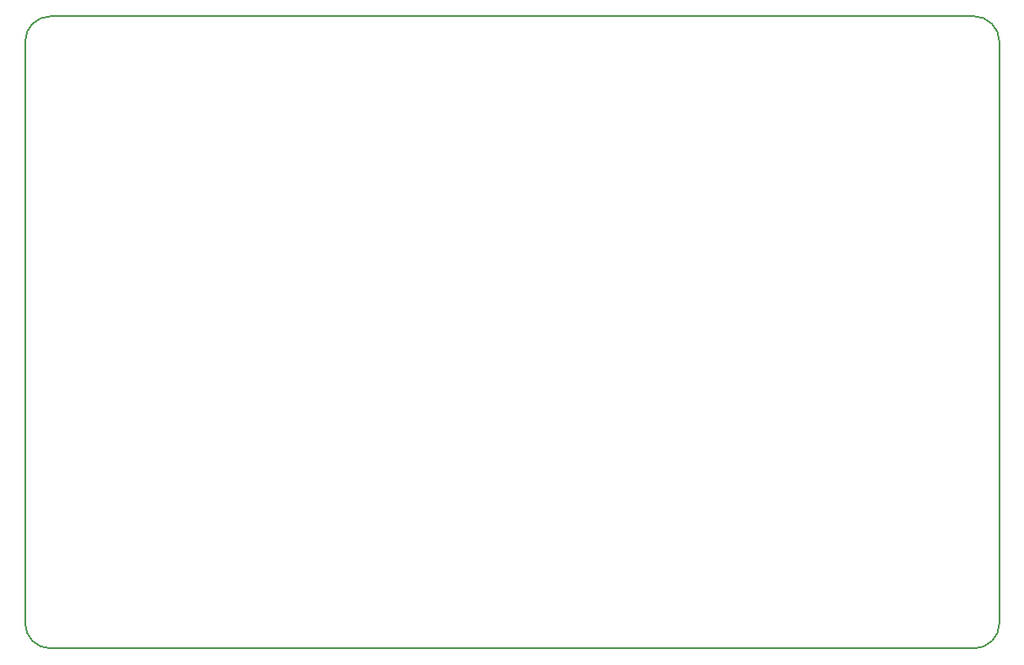
<source format=gbr>
G04 #@! TF.FileFunction,Profile,NP*
%FSLAX46Y46*%
G04 Gerber Fmt 4.6, Leading zero omitted, Abs format (unit mm)*
G04 Created by KiCad (PCBNEW 4.0.7) date 12/13/17 11:19:57*
%MOMM*%
%LPD*%
G01*
G04 APERTURE LIST*
%ADD10C,0.100000*%
%ADD11C,0.150000*%
G04 APERTURE END LIST*
D10*
D11*
X114300000Y-86360000D02*
X114300000Y-144780000D01*
X209550000Y-83820000D02*
X116840000Y-83820000D01*
X212090000Y-144780000D02*
X212090000Y-86360000D01*
X116840000Y-147320000D02*
X209550000Y-147320000D01*
X114300000Y-144780000D02*
G75*
G03X116840000Y-147320000I2540000J0D01*
G01*
X209550000Y-147320000D02*
G75*
G03X212090000Y-144780000I0J2540000D01*
G01*
X212090000Y-86360000D02*
G75*
G03X209550000Y-83820000I-2540000J0D01*
G01*
X116840000Y-83820000D02*
G75*
G03X114300000Y-86360000I0J-2540000D01*
G01*
M02*

</source>
